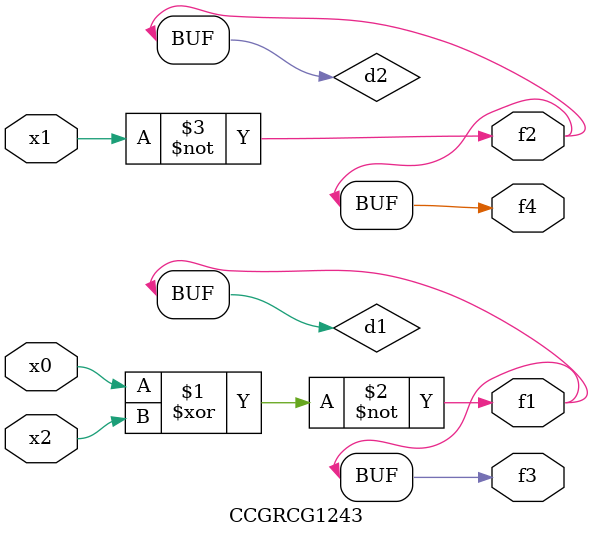
<source format=v>
module CCGRCG1243(
	input x0, x1, x2,
	output f1, f2, f3, f4
);

	wire d1, d2, d3;

	xnor (d1, x0, x2);
	nand (d2, x1);
	nor (d3, x1, x2);
	assign f1 = d1;
	assign f2 = d2;
	assign f3 = d1;
	assign f4 = d2;
endmodule

</source>
